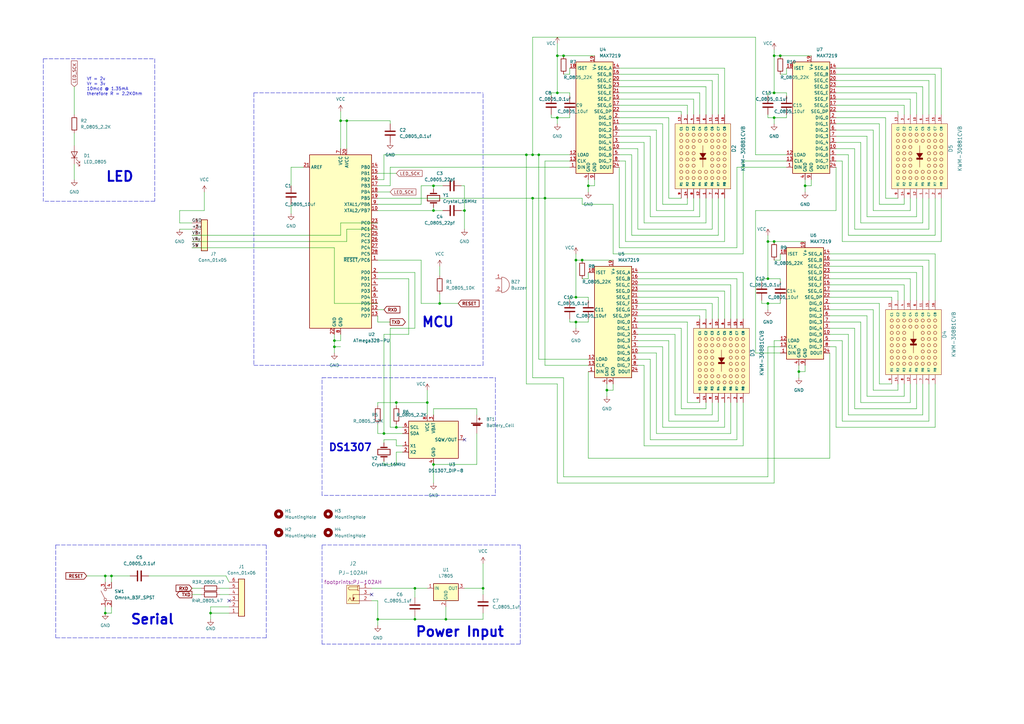
<source format=kicad_sch>
(kicad_sch (version 20211123) (generator eeschema)
  (paper "A3")
  (junction (at 162.56 175.26))
  (junction (at 317.5 48.26))
  (junction (at 317.5 99.06))
  (junction (at 314.96 124.46))
  (junction (at 317.5 22.86))
  (junction (at 228.6 38.1))
  (junction (at 139.7 49.53))
  (junction (at 330.2 76.2))
  (junction (at 231.14 22.86))
  (junction (at 170.18 254))
  (junction (at 45.72 236.22))
  (junction (at 190.5 86.36))
  (junction (at 154.94 254))
  (junction (at 236.22 132.08))
  (junction (at 137.16 139.7))
  (junction (at 248.92 160.02))
  (junction (at 238.76 106.68))
  (junction (at 320.04 22.86))
  (junction (at 218.44 63.5))
  (junction (at 241.3 76.2))
  (junction (at 177.8 76.2))
  (junction (at 220.98 63.5))
  (junction (at 198.12 241.3))
  (junction (at 236.22 106.68))
  (junction (at 215.9 63.5))
  (junction (at 228.6 22.86))
  (junction (at 180.34 124.46))
  (junction (at 170.18 241.3))
  (junction (at 317.5 38.1))
  (junction (at 327.66 152.4))
  (junction (at 137.16 142.24))
  (junction (at 157.48 177.8))
  (junction (at 142.24 49.53))
  (junction (at 177.8 190.5))
  (junction (at 223.52 81.28))
  (junction (at 43.18 251.46))
  (junction (at 228.6 48.26))
  (junction (at 43.18 236.22))
  (junction (at 218.44 81.28))
  (junction (at 182.88 254))
  (junction (at 314.96 114.3))
  (junction (at 162.56 165.1))
  (junction (at 236.22 121.92))
  (junction (at 175.26 165.1))
  (junction (at 86.36 251.46))
  (junction (at 314.96 99.06))
  (junction (at 177.8 86.36))
  (no_connect (at 152.4 243.84))
  (no_connect (at 190.5 180.34))
  (no_connect (at 93.98 246.38))
  (wire (pts (xy 370.84 162.56) (xy 370.84 157.48)))
  (wire (pts (xy 119.38 68.58) (xy 119.38 76.2)))
  (wire (pts (xy 276.86 137.16) (xy 276.86 170.18)))
  (wire (pts (xy 302.26 101.6) (xy 302.26 68.58)))
  (wire (pts (xy 180.34 124.46) (xy 187.96 124.46)))
  (wire (pts (xy 355.6 88.9) (xy 375.92 88.9)))
  (wire (pts (xy 340.36 127) (xy 358.14 127)))
  (wire (pts (xy 254 43.18) (xy 281.94 43.18)))
  (wire (pts (xy 218.44 154.94) (xy 231.14 154.94)))
  (wire (pts (xy 218.44 15.24) (xy 218.44 63.5)))
  (wire (pts (xy 386.08 99.06) (xy 386.08 81.28)))
  (wire (pts (xy 78.74 243.84) (xy 82.55 243.84)))
  (polyline (pts (xy 109.22 223.52) (xy 109.22 261.62)))
  (wire (pts (xy 254 55.88) (xy 266.7 55.88)))
  (wire (pts (xy 284.48 40.64) (xy 284.48 46.99)))
  (wire (pts (xy 220.98 63.5) (xy 220.98 147.32)))
  (wire (pts (xy 139.7 142.24) (xy 137.16 142.24)))
  (wire (pts (xy 177.8 76.2) (xy 172.72 76.2)))
  (wire (pts (xy 261.62 132.08) (xy 281.94 132.08)))
  (wire (pts (xy 124.46 68.58) (xy 119.38 68.58)))
  (wire (pts (xy 347.98 170.18) (xy 378.46 170.18)))
  (polyline (pts (xy 104.14 38.1) (xy 104.14 149.86)))
  (wire (pts (xy 386.08 27.94) (xy 386.08 46.99)))
  (wire (pts (xy 375.92 111.76) (xy 375.92 123.19)))
  (wire (pts (xy 228.6 48.26) (xy 228.6 50.8)))
  (wire (pts (xy 281.94 83.82) (xy 281.94 81.28)))
  (wire (pts (xy 274.32 48.26) (xy 274.32 81.28)))
  (wire (pts (xy 340.36 119.38) (xy 368.3 119.38)))
  (wire (pts (xy 320.04 124.46) (xy 314.96 124.46)))
  (wire (pts (xy 292.1 33.02) (xy 292.1 46.99)))
  (wire (pts (xy 378.46 91.44) (xy 378.46 81.28)))
  (wire (pts (xy 342.9 30.48) (xy 383.54 30.48)))
  (wire (pts (xy 261.62 124.46) (xy 292.1 124.46)))
  (wire (pts (xy 330.2 152.4) (xy 327.66 152.4)))
  (wire (pts (xy 322.58 39.37) (xy 322.58 38.1)))
  (wire (pts (xy 154.94 254) (xy 170.18 254)))
  (wire (pts (xy 373.38 165.1) (xy 373.38 157.48)))
  (wire (pts (xy 254 30.48) (xy 294.64 30.48)))
  (wire (pts (xy 231.14 195.58) (xy 314.96 195.58)))
  (wire (pts (xy 360.68 157.48) (xy 365.76 157.48)))
  (wire (pts (xy 220.98 63.5) (xy 233.68 63.5)))
  (wire (pts (xy 92.71 236.22) (xy 93.98 238.76)))
  (wire (pts (xy 256.54 66.04) (xy 256.54 99.06)))
  (wire (pts (xy 231.14 30.48) (xy 233.68 30.48)))
  (wire (pts (xy 177.8 76.2) (xy 177.8 77.47)))
  (wire (pts (xy 342.9 48.26) (xy 363.22 48.26)))
  (wire (pts (xy 228.6 38.1) (xy 233.68 38.1)))
  (wire (pts (xy 259.08 63.5) (xy 259.08 96.52)))
  (wire (pts (xy 342.9 60.96) (xy 350.52 60.96)))
  (wire (pts (xy 342.9 68.58) (xy 342.9 86.36)))
  (wire (pts (xy 322.58 27.94) (xy 322.58 30.48)))
  (wire (pts (xy 154.94 173.99) (xy 154.94 177.8)))
  (wire (pts (xy 233.68 130.81) (xy 233.68 132.08)))
  (wire (pts (xy 157.48 177.8) (xy 165.1 177.8)))
  (wire (pts (xy 93.98 248.92) (xy 86.36 248.92)))
  (wire (pts (xy 314.96 114.3) (xy 320.04 114.3)))
  (wire (pts (xy 233.68 121.92) (xy 233.68 123.19)))
  (wire (pts (xy 355.6 129.54) (xy 355.6 162.56)))
  (wire (pts (xy 347.98 137.16) (xy 347.98 170.18)))
  (wire (pts (xy 30.48 67.31) (xy 30.48 73.66)))
  (wire (pts (xy 190.5 241.3) (xy 198.12 241.3)))
  (wire (pts (xy 317.5 106.68) (xy 320.04 106.68)))
  (wire (pts (xy 261.62 121.92) (xy 294.64 121.92)))
  (polyline (pts (xy 203.2 203.2) (xy 132.08 203.2)))
  (wire (pts (xy 261.62 114.3) (xy 302.26 114.3)))
  (wire (pts (xy 340.36 104.14) (xy 383.54 104.14)))
  (wire (pts (xy 314.96 99.06) (xy 314.96 114.3)))
  (wire (pts (xy 154.94 86.36) (xy 177.8 86.36)))
  (wire (pts (xy 162.56 165.1) (xy 162.56 166.37)))
  (wire (pts (xy 327.66 149.86) (xy 327.66 152.4)))
  (wire (pts (xy 233.68 121.92) (xy 236.22 121.92)))
  (wire (pts (xy 254 38.1) (xy 287.02 38.1)))
  (wire (pts (xy 198.12 231.14) (xy 198.12 241.3)))
  (wire (pts (xy 261.62 147.32) (xy 266.7 147.32)))
  (wire (pts (xy 340.36 139.7) (xy 345.44 139.7)))
  (wire (pts (xy 322.58 46.99) (xy 322.58 48.26)))
  (wire (pts (xy 381 93.98) (xy 381 81.28)))
  (wire (pts (xy 142.24 60.96) (xy 142.24 49.53)))
  (wire (pts (xy 93.98 251.46) (xy 86.36 251.46)))
  (wire (pts (xy 152.4 241.3) (xy 170.18 241.3)))
  (wire (pts (xy 233.68 39.37) (xy 233.68 38.1)))
  (wire (pts (xy 86.36 248.92) (xy 86.36 251.46)))
  (wire (pts (xy 279.4 134.62) (xy 279.4 167.64)))
  (wire (pts (xy 350.52 93.98) (xy 381 93.98)))
  (wire (pts (xy 373.38 114.3) (xy 373.38 123.19)))
  (wire (pts (xy 340.36 144.78) (xy 340.36 187.96)))
  (wire (pts (xy 373.38 40.64) (xy 373.38 46.99)))
  (wire (pts (xy 297.18 27.94) (xy 297.18 46.99)))
  (wire (pts (xy 271.78 83.82) (xy 281.94 83.82)))
  (wire (pts (xy 261.62 137.16) (xy 276.86 137.16)))
  (wire (pts (xy 289.56 35.56) (xy 289.56 46.99)))
  (wire (pts (xy 233.68 27.94) (xy 233.68 30.48)))
  (wire (pts (xy 383.54 96.52) (xy 383.54 81.28)))
  (wire (pts (xy 160.02 68.58) (xy 160.02 76.2)))
  (wire (pts (xy 157.48 180.34) (xy 157.48 181.61)))
  (wire (pts (xy 342.9 27.94) (xy 386.08 27.94)))
  (wire (pts (xy 381 33.02) (xy 381 46.99)))
  (wire (pts (xy 360.68 124.46) (xy 360.68 157.48)))
  (wire (pts (xy 139.7 137.16) (xy 139.7 139.7)))
  (wire (pts (xy 309.88 63.5) (xy 322.58 63.5)))
  (wire (pts (xy 223.52 66.04) (xy 223.52 81.28)))
  (wire (pts (xy 228.6 198.12) (xy 317.5 198.12)))
  (wire (pts (xy 238.76 81.28) (xy 238.76 83.82)))
  (wire (pts (xy 195.58 167.64) (xy 195.58 170.18)))
  (wire (pts (xy 279.4 45.72) (xy 279.4 46.99)))
  (wire (pts (xy 162.56 175.26) (xy 165.1 175.26)))
  (wire (pts (xy 162.56 173.99) (xy 162.56 175.26)))
  (wire (pts (xy 154.94 106.68) (xy 172.72 106.68)))
  (polyline (pts (xy 132.08 203.2) (xy 132.08 154.94)))
  (polyline (pts (xy 198.12 149.86) (xy 198.12 38.1)))
  (wire (pts (xy 317.5 22.86) (xy 317.5 38.1)))
  (wire (pts (xy 177.8 167.64) (xy 195.58 167.64)))
  (wire (pts (xy 78.74 101.6) (xy 137.16 101.6)))
  (wire (pts (xy 35.56 236.22) (xy 43.18 236.22)))
  (wire (pts (xy 360.68 83.82) (xy 370.84 83.82)))
  (wire (pts (xy 86.36 251.46) (xy 86.36 254)))
  (wire (pts (xy 139.7 96.52) (xy 139.7 91.44)))
  (wire (pts (xy 317.5 48.26) (xy 317.5 50.8)))
  (wire (pts (xy 345.44 99.06) (xy 386.08 99.06)))
  (wire (pts (xy 139.7 49.53) (xy 139.7 60.96)))
  (wire (pts (xy 231.14 154.94) (xy 231.14 195.58)))
  (wire (pts (xy 317.5 48.26) (xy 314.96 48.26)))
  (wire (pts (xy 78.74 241.3) (xy 82.55 241.3)))
  (wire (pts (xy 342.9 58.42) (xy 353.06 58.42)))
  (wire (pts (xy 317.5 198.12) (xy 317.5 139.7)))
  (wire (pts (xy 45.72 238.76) (xy 45.72 236.22)))
  (wire (pts (xy 228.6 22.86) (xy 228.6 38.1)))
  (wire (pts (xy 381 106.68) (xy 381 123.19)))
  (wire (pts (xy 45.72 248.92) (xy 45.72 251.46)))
  (wire (pts (xy 297.18 99.06) (xy 297.18 81.28)))
  (wire (pts (xy 238.76 114.3) (xy 241.3 114.3)))
  (wire (pts (xy 373.38 86.36) (xy 373.38 81.28)))
  (wire (pts (xy 220.98 147.32) (xy 241.3 147.32)))
  (wire (pts (xy 314.96 195.58) (xy 314.96 142.24)))
  (wire (pts (xy 182.88 248.92) (xy 182.88 254)))
  (wire (pts (xy 254 60.96) (xy 261.62 60.96)))
  (wire (pts (xy 342.9 45.72) (xy 368.3 45.72)))
  (polyline (pts (xy 203.2 154.94) (xy 203.2 203.2)))
  (wire (pts (xy 299.72 177.8) (xy 299.72 165.1)))
  (wire (pts (xy 370.84 43.18) (xy 370.84 46.99)))
  (wire (pts (xy 90.17 241.3) (xy 93.98 241.3)))
  (wire (pts (xy 154.94 71.12) (xy 162.56 71.12)))
  (wire (pts (xy 365.76 121.92) (xy 365.76 123.19)))
  (wire (pts (xy 154.94 165.1) (xy 154.94 166.37)))
  (wire (pts (xy 165.1 185.42) (xy 162.56 185.42)))
  (polyline (pts (xy 22.86 223.52) (xy 109.22 223.52)))
  (wire (pts (xy 314.96 38.1) (xy 314.96 39.37)))
  (wire (pts (xy 261.62 127) (xy 289.56 127)))
  (wire (pts (xy 314.96 142.24) (xy 320.04 142.24)))
  (wire (pts (xy 152.4 246.38) (xy 154.94 246.38)))
  (wire (pts (xy 269.24 86.36) (xy 284.48 86.36)))
  (wire (pts (xy 261.62 142.24) (xy 271.78 142.24)))
  (wire (pts (xy 342.9 55.88) (xy 355.6 55.88)))
  (wire (pts (xy 223.52 149.86) (xy 241.3 149.86)))
  (wire (pts (xy 251.46 157.48) (xy 251.46 160.02)))
  (wire (pts (xy 264.16 149.86) (xy 264.16 182.88)))
  (wire (pts (xy 170.18 254) (xy 182.88 254)))
  (wire (pts (xy 304.8 182.88) (xy 304.8 165.1)))
  (wire (pts (xy 358.14 160.02) (xy 368.3 160.02)))
  (wire (pts (xy 342.9 50.8) (xy 360.68 50.8)))
  (polyline (pts (xy 63.5 82.55) (xy 17.78 82.55)))
  (wire (pts (xy 172.72 76.2) (xy 172.72 83.82)))
  (wire (pts (xy 259.08 96.52) (xy 294.64 96.52)))
  (wire (pts (xy 281.94 43.18) (xy 281.94 46.99)))
  (wire (pts (xy 353.06 91.44) (xy 378.46 91.44)))
  (polyline (pts (xy 104.14 38.1) (xy 198.12 38.1)))
  (wire (pts (xy 320.04 123.19) (xy 320.04 124.46)))
  (wire (pts (xy 137.16 124.46) (xy 154.94 124.46)))
  (wire (pts (xy 160.02 134.62) (xy 170.18 134.62)))
  (wire (pts (xy 142.24 99.06) (xy 142.24 93.98)))
  (wire (pts (xy 90.17 243.84) (xy 93.98 243.84)))
  (wire (pts (xy 60.96 236.22) (xy 92.71 236.22)))
  (wire (pts (xy 287.02 88.9) (xy 287.02 81.28)))
  (wire (pts (xy 160.02 68.58) (xy 233.68 68.58)))
  (wire (pts (xy 340.36 187.96) (xy 241.3 187.96)))
  (wire (pts (xy 358.14 86.36) (xy 373.38 86.36)))
  (polyline (pts (xy 132.08 223.52) (xy 213.36 223.52)))
  (wire (pts (xy 320.04 30.48) (xy 322.58 30.48)))
  (wire (pts (xy 254 53.34) (xy 269.24 53.34)))
  (wire (pts (xy 340.36 132.08) (xy 353.06 132.08)))
  (wire (pts (xy 175.26 160.02) (xy 175.26 165.1)))
  (wire (pts (xy 304.8 104.14) (xy 304.8 66.04)))
  (wire (pts (xy 73.66 91.44) (xy 73.66 86.36)))
  (wire (pts (xy 350.52 134.62) (xy 350.52 167.64)))
  (wire (pts (xy 218.44 81.28) (xy 223.52 81.28)))
  (polyline (pts (xy 213.36 223.52) (xy 213.36 264.16)))
  (wire (pts (xy 177.8 86.36) (xy 181.61 86.36)))
  (wire (pts (xy 345.44 139.7) (xy 345.44 172.72)))
  (wire (pts (xy 302.26 114.3) (xy 302.26 130.81)))
  (wire (pts (xy 45.72 251.46) (xy 43.18 251.46)))
  (wire (pts (xy 223.52 66.04) (xy 233.68 66.04)))
  (wire (pts (xy 264.16 182.88) (xy 304.8 182.88)))
  (wire (pts (xy 223.52 81.28) (xy 238.76 81.28)))
  (wire (pts (xy 340.36 134.62) (xy 350.52 134.62)))
  (wire (pts (xy 254 45.72) (xy 279.4 45.72)))
  (wire (pts (xy 312.42 123.19) (xy 312.42 124.46)))
  (wire (pts (xy 314.96 96.52) (xy 314.96 99.06)))
  (wire (pts (xy 170.18 134.62) (xy 170.18 111.76)))
  (wire (pts (xy 167.64 137.16) (xy 167.64 114.3)))
  (wire (pts (xy 180.34 109.22) (xy 180.34 113.03)))
  (wire (pts (xy 254 68.58) (xy 254 101.6)))
  (wire (pts (xy 342.9 43.18) (xy 370.84 43.18)))
  (wire (pts (xy 375.92 88.9) (xy 375.92 81.28)))
  (wire (pts (xy 274.32 81.28) (xy 279.4 81.28)))
  (wire (pts (xy 175.26 165.1) (xy 175.26 170.18)))
  (polyline (pts (xy 63.5 24.13) (xy 63.5 82.55)))
  (wire (pts (xy 269.24 53.34) (xy 269.24 86.36)))
  (wire (pts (xy 340.36 106.68) (xy 381 106.68)))
  (wire (pts (xy 236.22 132.08) (xy 236.22 134.62)))
  (polyline (pts (xy 104.14 149.86) (xy 198.12 149.86)))
  (wire (pts (xy 254 63.5) (xy 259.08 63.5)))
  (wire (pts (xy 154.94 81.28) (xy 218.44 81.28)))
  (wire (pts (xy 198.12 243.84) (xy 198.12 241.3)))
  (wire (pts (xy 254 27.94) (xy 297.18 27.94)))
  (wire (pts (xy 238.76 83.82) (xy 251.46 83.82)))
  (wire (pts (xy 350.52 60.96) (xy 350.52 93.98)))
  (wire (pts (xy 342.9 142.24) (xy 342.9 175.26)))
  (wire (pts (xy 83.82 78.74) (xy 83.82 86.36)))
  (wire (pts (xy 287.02 38.1) (xy 287.02 46.99)))
  (wire (pts (xy 314.96 46.99) (xy 314.96 48.26)))
  (wire (pts (xy 73.66 91.44) (xy 78.74 91.44)))
  (wire (pts (xy 243.84 73.66) (xy 243.84 76.2)))
  (wire (pts (xy 340.36 111.76) (xy 375.92 111.76)))
  (wire (pts (xy 142.24 49.53) (xy 139.7 49.53)))
  (wire (pts (xy 271.78 175.26) (xy 297.18 175.26)))
  (wire (pts (xy 314.96 124.46) (xy 314.96 127)))
  (wire (pts (xy 137.16 144.78) (xy 137.16 142.24)))
  (wire (pts (xy 119.38 83.82) (xy 119.38 87.63)))
  (wire (pts (xy 195.58 177.8) (xy 195.58 190.5)))
  (wire (pts (xy 299.72 116.84) (xy 299.72 130.81)))
  (wire (pts (xy 218.44 15.24) (xy 309.88 15.24)))
  (wire (pts (xy 162.56 165.1) (xy 154.94 165.1)))
  (wire (pts (xy 157.48 137.16) (xy 167.64 137.16)))
  (wire (pts (xy 177.8 76.2) (xy 181.61 76.2)))
  (wire (pts (xy 162.56 180.34) (xy 157.48 180.34)))
  (wire (pts (xy 368.3 160.02) (xy 368.3 157.48)))
  (wire (pts (xy 236.22 106.68) (xy 236.22 121.92)))
  (wire (pts (xy 45.72 236.22) (xy 53.34 236.22)))
  (wire (pts (xy 309.88 86.36) (xy 309.88 144.78)))
  (wire (pts (xy 330.2 73.66) (xy 330.2 76.2)))
  (wire (pts (xy 160.02 76.2) (xy 154.94 76.2)))
  (wire (pts (xy 368.3 119.38) (xy 368.3 123.19)))
  (wire (pts (xy 154.94 78.74) (xy 160.02 78.74)))
  (wire (pts (xy 266.7 147.32) (xy 266.7 180.34)))
  (wire (pts (xy 289.56 91.44) (xy 289.56 81.28)))
  (wire (pts (xy 358.14 127) (xy 358.14 160.02)))
  (wire (pts (xy 312.42 114.3) (xy 312.42 115.57)))
  (wire (pts (xy 309.88 15.24) (xy 309.88 63.5)))
  (wire (pts (xy 73.66 93.98) (xy 78.74 93.98)))
  (wire (pts (xy 251.46 160.02) (xy 248.92 160.02)))
  (wire (pts (xy 248.92 157.48) (xy 248.92 160.02)))
  (wire (pts (xy 238.76 106.68) (xy 251.46 106.68)))
  (wire (pts (xy 241.3 123.19) (xy 241.3 121.92)))
  (wire (pts (xy 327.66 152.4) (xy 327.66 154.94)))
  (wire (pts (xy 297.18 119.38) (xy 297.18 130.81)))
  (wire (pts (xy 251.46 104.14) (xy 304.8 104.14)))
  (wire (pts (xy 261.62 60.96) (xy 261.62 93.98)))
  (wire (pts (xy 139.7 45.72) (xy 139.7 49.53)))
  (wire (pts (xy 340.36 116.84) (xy 370.84 116.84)))
  (wire (pts (xy 254 35.56) (xy 289.56 35.56)))
  (wire (pts (xy 383.54 30.48) (xy 383.54 46.99)))
  (wire (pts (xy 243.84 76.2) (xy 241.3 76.2)))
  (wire (pts (xy 172.72 106.68) (xy 172.72 124.46)))
  (wire (pts (xy 142.24 93.98) (xy 154.94 93.98)))
  (wire (pts (xy 317.5 22.86) (xy 320.04 22.86)))
  (wire (pts (xy 241.3 187.96) (xy 241.3 152.4)))
  (wire (pts (xy 261.62 93.98) (xy 292.1 93.98)))
  (wire (pts (xy 302.26 180.34) (xy 302.26 165.1)))
  (wire (pts (xy 226.06 38.1) (xy 228.6 38.1)))
  (wire (pts (xy 170.18 241.3) (xy 170.18 245.11)))
  (wire (pts (xy 378.46 109.22) (xy 378.46 123.19)))
  (wire (pts (xy 294.64 96.52) (xy 294.64 81.28)))
  (wire (pts (xy 342.9 66.04) (xy 345.44 66.04)))
  (wire (pts (xy 345.44 66.04) (xy 345.44 99.06)))
  (wire (pts (xy 160.02 175.26) (xy 162.56 175.26)))
  (wire (pts (xy 294.64 172.72) (xy 294.64 165.1)))
  (wire (pts (xy 322.58 48.26) (xy 317.5 48.26)))
  (wire (pts (xy 160.02 49.53) (xy 160.02 50.8)))
  (wire (pts (xy 378.46 170.18) (xy 378.46 157.48)))
  (wire (pts (xy 162.56 190.5) (xy 157.48 190.5)))
  (wire (pts (xy 236.22 104.14) (xy 236.22 106.68)))
  (wire (pts (xy 215.9 63.5) (xy 215.9 157.48)))
  (wire (pts (xy 340.36 121.92) (xy 365.76 121.92)))
  (wire (pts (xy 73.66 86.36) (xy 83.82 86.36)))
  (wire (pts (xy 154.94 83.82) (xy 172.72 83.82)))
  (wire (pts (xy 248.92 160.02) (xy 248.92 162.56)))
  (wire (pts (xy 177.8 190.5) (xy 177.8 198.12)))
  (wire (pts (xy 360.68 50.8) (xy 360.68 83.82)))
  (wire (pts (xy 370.84 116.84) (xy 370.84 123.19)))
  (wire (pts (xy 154.94 246.38) (xy 154.94 254)))
  (wire (pts (xy 233.68 48.26) (xy 228.6 48.26)))
  (wire (pts (xy 139.7 139.7) (xy 137.16 139.7)))
  (wire (pts (xy 170.18 111.76) (xy 154.94 111.76)))
  (wire (pts (xy 340.36 129.54) (xy 355.6 129.54)))
  (wire (pts (xy 254 40.64) (xy 284.48 40.64)))
  (polyline (pts (xy 17.78 24.13) (xy 17.78 82.55)))
  (wire (pts (xy 261.62 111.76) (xy 304.8 111.76)))
  (wire (pts (xy 292.1 124.46) (xy 292.1 130.81)))
  (wire (pts (xy 30.48 35.56) (xy 30.48 46.99)))
  (wire (pts (xy 271.78 142.24) (xy 271.78 175.26)))
  (polyline (pts (xy 132.08 154.94) (xy 203.2 154.94)))
  (wire (pts (xy 137.16 101.6) (xy 137.16 124.46)))
  (wire (pts (xy 342.9 40.64) (xy 373.38 40.64)))
  (wire (pts (xy 226.06 38.1) (xy 226.06 39.37)))
  (wire (pts (xy 177.8 85.09) (xy 177.8 86.36)))
  (wire (pts (xy 218.44 63.5) (xy 220.98 63.5)))
  (wire (pts (xy 43.18 238.76) (xy 43.18 236.22)))
  (wire (pts (xy 309.88 144.78) (xy 320.04 144.78)))
  (wire (pts (xy 180.34 120.65) (xy 180.34 124.46)))
  (wire (pts (xy 228.6 17.78) (xy 228.6 22.86)))
  (wire (pts (xy 254 48.26) (xy 274.32 48.26)))
  (wire (pts (xy 314.96 124.46) (xy 312.42 124.46)))
  (polyline (pts (xy 109.22 261.62) (xy 22.86 261.62)))
  (wire (pts (xy 157.48 73.66) (xy 157.48 63.5)))
  (wire (pts (xy 78.74 99.06) (xy 142.24 99.06)))
  (wire (pts (xy 254 50.8) (xy 271.78 50.8)))
  (wire (pts (xy 228.6 22.86) (xy 231.14 22.86)))
  (wire (pts (xy 330.2 149.86) (xy 330.2 152.4)))
  (wire (pts (xy 43.18 236.22) (xy 45.72 236.22)))
  (wire (pts (xy 78.74 96.52) (xy 139.7 96.52)))
  (wire (pts (xy 165.1 182.88) (xy 162.56 182.88)))
  (wire (pts (xy 304.8 111.76) (xy 304.8 130.81)))
  (wire (pts (xy 274.32 139.7) (xy 274.32 172.72)))
  (wire (pts (xy 175.26 165.1) (xy 162.56 165.1)))
  (wire (pts (xy 317.5 20.32) (xy 317.5 22.86)))
  (wire (pts (xy 254 33.02) (xy 292.1 33.02)))
  (wire (pts (xy 157.48 189.23) (xy 157.48 190.5)))
  (wire (pts (xy 261.62 116.84) (xy 299.72 116.84)))
  (wire (pts (xy 375.92 167.64) (xy 375.92 157.48)))
  (wire (pts (xy 264.16 58.42) (xy 264.16 91.44)))
  (wire (pts (xy 383.54 104.14) (xy 383.54 123.19)))
  (wire (pts (xy 266.7 88.9) (xy 287.02 88.9)))
  (wire (pts (xy 269.24 144.78) (xy 269.24 177.8)))
  (wire (pts (xy 226.06 46.99) (xy 226.06 48.26)))
  (wire (pts (xy 236.22 106.68) (xy 238.76 106.68)))
  (wire (pts (xy 347.98 96.52) (xy 383.54 96.52)))
  (wire (pts (xy 190.5 76.2) (xy 190.5 86.36)))
  (wire (pts (xy 314.96 38.1) (xy 317.5 38.1)))
  (wire (pts (xy 170.18 252.73) (xy 170.18 254)))
  (wire (pts (xy 292.1 170.18) (xy 292.1 165.1)))
  (wire (pts (xy 381 172.72) (xy 381 157.48)))
  (wire (pts (xy 254 66.04) (xy 256.54 66.04)))
  (wire (pts (xy 353.06 132.08) (xy 353.06 165.1)))
  (wire (pts (xy 342.9 33.02) (xy 381 33.02)))
  (wire (pts (xy 231.14 22.86) (xy 243.84 22.86)))
  (wire (pts (xy 320.04 22.86) (xy 332.74 22.86)))
  (wire (pts (xy 228.6 48.26) (xy 226.06 48.26)))
  (wire (pts (xy 195.58 190.5) (xy 177.8 190.5)))
  (wire (pts (xy 302.26 68.58) (xy 322.58 68.58)))
  (wire (pts (xy 353.06 58.42) (xy 353.06 91.44)))
  (wire (pts (xy 241.3 130.81) (xy 241.3 132.08)))
  (wire (pts (xy 154.94 127) (xy 157.48 127)))
  (wire (pts (xy 177.8 167.64) (xy 177.8 170.18)))
  (wire (pts (xy 340.36 109.22) (xy 378.46 109.22)))
  (wire (pts (xy 154.94 177.8) (xy 157.48 177.8)))
  (wire (pts (xy 287.02 129.54) (xy 287.02 130.81)))
  (wire (pts (xy 347.98 63.5) (xy 347.98 96.52)))
  (wire (pts (xy 281.94 165.1) (xy 287.02 165.1)))
  (wire (pts (xy 254 58.42) (xy 264.16 58.42)))
  (wire (pts (xy 355.6 162.56) (xy 370.84 162.56)))
  (wire (pts (xy 160.02 175.26) (xy 160.02 134.62)))
  (wire (pts (xy 284.48 86.36) (xy 284.48 81.28)))
  (wire (pts (xy 261.62 134.62) (xy 279.4 134.62)))
  (wire (pts (xy 218.44 81.28) (xy 218.44 154.94)))
  (wire (pts (xy 189.23 76.2) (xy 190.5 76.2)))
  (wire (pts (xy 241.3 111.76) (xy 241.3 114.3)))
  (wire (pts (xy 314.96 99.06) (xy 317.5 99.06)))
  (wire (pts (xy 30.48 54.61) (xy 30.48 59.69)))
  (wire (pts (xy 236.22 132.08) (xy 233.68 132.08)))
  (wire (pts (xy 264.16 91.44) (xy 289.56 91.44)))
  (wire (pts (xy 342.9 35.56) (xy 378.46 35.56)))
  (wire (pts (xy 340.36 114.3) (xy 373.38 114.3)))
  (wire (pts (xy 330.2 76.2) (xy 330.2 78.74)))
  (wire (pts (xy 340.36 142.24) (xy 342.9 142.24)))
  (wire (pts (xy 157.48 177.8) (xy 157.48 137.16)))
  (wire (pts (xy 170.18 241.3) (xy 175.26 241.3)))
  (wire (pts (xy 370.84 83.82) (xy 370.84 81.28)))
  (wire (pts (xy 154.94 254) (xy 154.94 256.54)))
  (wire (pts (xy 363.22 48.26) (xy 363.22 81.28)))
  (wire (pts (xy 368.3 45.72) (xy 368.3 46.99)))
  (wire (pts (xy 167.64 114.3) (xy 154.94 114.3)))
  (wire (pts (xy 297.18 175.26) (xy 297.18 165.1)))
  (wire (pts (xy 241.3 76.2) (xy 241.3 78.74)))
  (polyline (pts (xy 213.36 264.16) (xy 132.08 264.16)))
  (wire (pts (xy 261.62 149.86) (xy 264.16 149.86)))
  (wire (pts (xy 342.9 38.1) (xy 375.92 38.1)))
  (wire (pts (xy 251.46 83.82) (xy 251.46 104.14)))
  (wire (pts (xy 261.62 144.78) (xy 269.24 144.78)))
  (wire (pts (xy 198.12 251.46) (xy 198.12 254)))
  (wire (pts (xy 182.88 254) (xy 198.12 254)))
  (wire (pts (xy 355.6 55.88) (xy 355.6 88.9)))
  (polyline (pts (xy 22.86 223.52) (xy 22.86 261.62)))
  (wire (pts (xy 261.62 129.54) (xy 287.02 129.54)))
  (wire (pts (xy 43.18 248.92) (xy 43.18 251.46)))
  (wire (pts (xy 160.02 132.08) (xy 154.94 132.08)))
  (wire (pts (xy 317.5 139.7) (xy 320.04 139.7)))
  (wire (pts (xy 241.3 73.66) (xy 241.3 76.2)))
  (wire (pts (xy 342.9 63.5) (xy 347.98 63.5)))
  (wire (pts (xy 294.64 30.48) (xy 294.64 46.99)))
  (wire (pts (xy 375.92 38.1) (xy 375.92 46.99)))
  (wire (pts (xy 139.7 91.44) (xy 154.94 91.44)))
  (wire (pts (xy 289.56 127) (xy 289.56 130.81)))
  (wire (pts (xy 162.56 182.88) (xy 162.56 180.34)))
  (wire (pts (xy 215.9 157.48) (xy 228.6 157.48)))
  (wire (pts (xy 157.48 63.5) (xy 215.9 63.5)))
  (wire (pts (xy 281.94 132.08) (xy 281.94 165.1)))
  (wire (pts (xy 274.32 172.72) (xy 294.64 172.72)))
  (polyline (pts (xy 17.78 24.13) (xy 63.5 24.13)))
  (wire (pts (xy 256.54 99.06) (xy 297.18 99.06)))
  (wire (pts (xy 215.9 63.5) (xy 218.44 63.5)))
  (wire (pts (xy 266.7 55.88) (xy 266.7 88.9)))
  (wire (pts (xy 345.44 172.72) (xy 381 172.72)))
  (wire (pts (xy 241.3 132.08) (xy 236.22 132.08)))
  (wire (pts (xy 317.5 38.1) (xy 322.58 38.1)))
  (wire (pts (xy 312.42 114.3) (xy 314.96 114.3)))
  (wire (pts (xy 271.78 50.8) (xy 271.78 83.82)))
  (wire (pts (xy 320.04 115.57) (xy 320.04 114.3)))
  (wire (pts (xy 228.6 157.48) (xy 228.6 198.12)))
  (wire (pts (xy 383.54 175.26) (xy 383.54 157.48)))
  (wire (pts (xy 276.86 170.18) (xy 292.1 170.18)))
  (wire (pts (xy 137.16 137.16) (xy 137.16 139.7)))
  (wire (pts (xy 358.14 53.34) (xy 358.14 86.36)))
  (wire (pts (xy 320.04 104.14) (xy 320.04 106.68)))
  (wire (pts (xy 378.46 35.56) (xy 378.46 46.99)))
  (wire (pts (xy 162.56 185.42) (xy 162.56 190.5)))
  (wire (pts (xy 172.72 124.46) (xy 180.34 124.46)))
  (wire (pts (xy 269.24 177.8) (xy 299.72 177.8)))
  (wire (pts (xy 294.64 121.92) (xy 294.64 130.81)))
  (wire (pts (xy 340.36 124.46) (xy 360.68 124.46)))
  (wire (pts (xy 223.52 81.28) (xy 223.52 149.86)))
  (wire (pts (xy 353.06 165.1) (xy 373.38 165.1)))
  (wire (pts (xy 342.9 53.34) (xy 358.14 53.34)))
  (wire (pts (xy 279.4 167.64) (xy 289.56 167.64)))
  (wire (pts (xy 342.9 175.26) (xy 383.54 175.26)))
  (wire (pts (xy 289.56 167.64) (xy 289.56 165.1)))
  (wire (pts (xy 254 101.6) (xy 302.26 101.6)))
  (wire (pts (xy 261.62 139.7) (xy 274.32 139.7)))
  (wire (pts (xy 154.94 73.66) (xy 157.48 73.66)))
  (wire (pts (xy 266.7 180.34) (xy 302.26 180.34)))
  (wire (pts (xy 142.24 49.53) (xy 160.02 49.53)))
  (wire (pts (xy 342.9 86.36) (xy 309.88 86.36)))
  (wire (pts (xy 261.62 119.38) (xy 297.18 119.38)))
  (wire (pts (xy 190.5 86.36) (xy 190.5 93.98)))
  (wire (pts (xy 292.1 93.98) (xy 292.1 81.28)))
  (wire (pts (xy 189.23 86.36) (xy 190.5 86.36)))
  (wire (pts (xy 233.68 46.99) (xy 233.68 48.26)))
  (wire (pts (xy 332.74 73.66) (xy 332.74 76.2)))
  (polyline (pts (xy 132.08 264.16) (xy 132.08 223.52)))
  (wire (pts (xy 317.5 99.06) (xy 330.2 99.06)))
  (wire (pts (xy 137.16 139.7) (xy 137.16 142.24)))
  (wire (pts (xy 340.36 137.16) (xy 347.98 137.16)))
  (wire (pts (xy 332.74 76.2) (xy 330.2 76.2)))
  (wire (pts (xy 236.22 121.92) (xy 241.3 121.92)))
  (wire (pts (xy 154.94 129.54) (xy 154.94 132.08)))
  (wire (pts (xy 350.52 167.64) (xy 375.92 167.64)))
  (wire (pts (xy 363.22 81.28) (xy 368.3 81.28)))
  (wire (pts (xy 304.8 66.04) (xy 322.58 66.04)))
  (text "MCU" (at 172.72 134.62 0) (effects (font (size 4 4) bold) (justify left bottom)))
  (text "Serial" (at 53.34 256.54 0) (effects (font (size 4 4) bold) (justify left bottom)))
  (text "Power Input" (at 170.18 261.62 0) (effects (font (size 4 4) bold) (justify left bottom)))
  (text "LED" (at 43.18 74.93 0) (effects (font (size 4 4) (thickness 0.8) bold) (justify left bottom)))
  (text "Vf = 2v\nVr = 3v\n10mcd @ 1.35mA\ntherefore R = 2.2K0hm" (at 35.56 39.37 0) (effects (font (size 1.27 1.27)) (justify left bottom)))
  (text "DS1307\n" (at 134.62 185.42 0) (effects (font (size 3 3) (thickness 0.6) bold) (justify left bottom)))
  (label "GND" (at 78.74 91.44 0))
  (label "+5v" (at 78.74 93.98 0))
  (label "VRx" (at 78.74 96.52 0))
  (label "SW" (at 78.74 101.6 0))
  (label "VRy" (at 78.74 99.06 0))
  (global_label "LED_SCK" (shape input) (at 162.56 71.12 0) (property "插入图纸页参考" "${INTERSHEET_REFS}" (effects hide)))
  (global_label "RESET" (shape input) (at 187.96 124.46 0) (effects (font bold)) (property "插入图纸页参考" "${INTERSHEET_REFS}" (effects hide)))
  (global_label "LED_SCK" (shape input) (at 30.48 35.56 90) (property "插入图纸页参考" "${INTERSHEET_REFS}" (effects hide)))
  (global_label "TXD" (shape output) (at 160.02 132.08 0) (effects (font bold)) (property "插入图纸页参考" "${INTERSHEET_REFS}" (effects hide)))
  (global_label "RXD" (shape input) (at 78.74 241.3 180) (effects (font bold)) (property "插入图纸页参考" "${INTERSHEET_REFS}" (effects hide)))
  (global_label "RXD" (shape input) (at 157.48 127 0) (effects (font bold)) (property "插入图纸页参考" "${INTERSHEET_REFS}" (effects hide)))
  (global_label "TXD" (shape output) (at 78.74 243.84 180) (effects (font bold)) (property "插入图纸页参考" "${INTERSHEET_REFS}" (effects hide)))
  (global_label "LED_SCK" (shape input) (at 160.02 78.74 0) (property "插入图纸页参考" "${INTERSHEET_REFS}" (effects hide)))
  (global_label "RESET" (shape input) (at 35.56 236.22 180) (effects (font bold)) (property "插入图纸页参考" "${INTERSHEET_REFS}" (effects hide)))
  (symbol (lib_id "HPS:C_0805_1uf") (at 198.12 247.65 0) (unit 1)
    (property "Reference" "C7" (at 201.93 246.3799 0) (effects (justify left)))
    (property "Value" "C_0805_1uf" (at 201.93 248.9199 0) (effects (justify left)))
    (property "Footprint" "footprints:C_0805_2012Metric" (effects hide))
    (property "Datasheet" "https://www.yageo.com/upload/media/product/productsearch/datasheet/mlcc/UPY-GPHC_X7R_6.3V-to-50V_18.pdf" (effects hide))
    (property "MFG" "Yageo" (effects hide))
    (property "MPN" "CC0805KKX7R8BB105" (effects hide))
    (property "Digikey PN" "311-1456-1-ND" (effects hide))
    (property "Mouser PN" "N/A" (effects hide))
    (property "Voltage" "N/A" (effects hide))
    (property "Dielectric" "N/A" (effects hide))
    (property "Tolerance" "N/A" (effects hide))
  )
  (symbol (lib_id "HPS:Conn_01x05") (at 83.82 96.52 0) (unit 1)
    (property "Reference" "J?" (at 86.36 104.14 0) (effects (justify left)))
    (property "Value" "Conn_01x05" (at 81.28 106.68 0) (effects (justify left)))
    (property "Footprint" "footprints:PinHeader_1x05_P2.54mm_Vertical" (effects hide))
    (property "Datasheet" "https://www.we-online.de/katalog/datasheet/6130xx11121.pdf" (effects hide))
    (property "MFG" "Würth Elektronik" (effects hide))
    (property "MPN" "61300511121" (effects hide))
    (property "Digikey PN" "732-5318-ND" (effects hide))
    (property "Mouser PN" "N/A" (effects hide))
  )
  (symbol (lib_id "HPS:C_0805_10uf") (at 233.68 43.18 0) (unit 1)
    (property "Reference" "C9" (at 236.22 43.18 0) (effects (justify left)))
    (property "Value" "C_0805_10uf" (at 228.6 45.72 0) (effects (justify left)))
    (property "Footprint" "footprints:C_0805_2012Metric" (effects hide))
    (property "Datasheet" "https://search.murata.co.jp/Ceramy/image/img/A01X/G101/ENG/GRM21BR61E106KA73-01.pdf" (effects hide))
    (property "MFG" "Murata Electronics" (effects hide))
    (property "MPN" "GRM21BR61E106KA73L" (effects hide))
    (property "Digikey PN" "490-5523-1-ND" (effects hide))
    (property "Mouser PN" "N/A" (effects hide))
    (property "Voltage" "N/A" (effects hide))
    (property "Dielectric" "N/A" (effects hide))
    (property "Tolerance" "N/A" (effects hide))
  )
  (symbol (lib_id "HPS:GND") (at 236.22 134.62 0) (unit 1)
    (property "Reference" "#PWR015" (effects hide))
    (property "Value" "GND" (at 236.22 139.7 0))
  )
  (symbol (lib_id "HPS:R_0805_22K") (at 320.04 26.67 0) (unit 1)
    (property "Reference" "R10" (at 322.58 25.4 0) (effects (justify left)))
    (property "Value" "R_0805_22K" (at 320.04 31.75 0) (effects (justify left)))
    (property "Footprint" "footprints:R_0805_2012Metric" (effects hide))
    (property "Datasheet" "https://www.digikey.com/en/products/detail/yageo/RC0805FR-0722KL/727736" (effects hide))
    (property "MFG" "Yageo" (effects hide))
    (property "MPN" "RC0805FR-0722KL" (effects hide))
    (property "Digikey PN" "311-22.0KCRCT-ND" (effects hide))
    (property "Mouser PN" "N/A" (effects hide))
    (property "Power" "N/A" (effects hide))
    (property "Tolerance" "N/A" (effects hide))
  )
  (symbol (lib_id "HPS:L7805") (at 182.88 241.3 0) (unit 1)
    (property "Reference" "U1" (at 182.88 233.68 0))
    (property "Value" "L7805" (at 182.88 236.22 0))
    (property "Footprint" "footprints:TO-220-3_Horizontal_TabDown" (effects hide))
    (property "Datasheet" "http://www.st.com/content/ccc/resource/technical/document/datasheet/41/4f/b3/b0/12/d4/47/88/CD00000444.pdf/files/CD00000444.pdf/jcr:content/translations/en.CD00000444.pdf" (effects hide))
  )
  (symbol (lib_id "HPS:C_0805_0.1uf") (at 312.42 119.38 0) (unit 1)
    (property "Reference" "C12" (at 309.88 114.3 0) (effects (justify left)))
    (property "Value" "C_0805_0.1uf" (at 307.34 116.84 0) (effects (justify left)))
    (property "Footprint" "footprints:C_0805_2012Metric" (effects hide))
    (property "Datasheet" "https://datasheets.avx.com/X7RDielectric.pdf" (effects hide))
    (property "MFG" "AVX Corporation" (effects hide))
    (property "MPN" "08055C104KAT2A" (effects hide))
    (property "Digikey PN" "478-1395-1-ND" (effects hide))
    (property "Mouser PN" "N/A" (effects hide))
    (property "Voltage" "N/A" (effects hide))
    (property "Dielectric" "N/A" (effects hide))
    (property "Tolerance" "N/A" (effects hide))
  )
  (symbol (lib_id "HPS:KWM-30881CVB") (at 288.29 64.77 90) (unit 1)
    (property "Reference" "D2" (at 300.99 60.96 0) (effects (font (size 1.524 1.524))))
    (property "Value" "KWM-30881CVB" (at 304.8 60.96 0) (effects (font (size 1.524 1.524))))
    (property "Footprint" "footprints:KWM-30881CVB" (effects hide))
    (property "MFG" "Adafruit" (effects hide))
    (property "MPN" "KWM-30881CVB" (effects hide))
    (property "Digikey PN" "N/A" (effects hide))
    (property "Mouser PN" "N/A" (effects hide))
  )
  (symbol (lib_id "HPS:C_0805_0.1uf") (at 314.96 43.18 0) (unit 1)
    (property "Reference" "C13" (at 312.42 38.1 0) (effects (justify left)))
    (property "Value" "C_0805_0.1uf" (at 309.88 40.64 0) (effects (justify left)))
    (property "Footprint" "footprints:C_0805_2012Metric" (effects hide))
    (property "Datasheet" "https://datasheets.avx.com/X7RDielectric.pdf" (effects hide))
    (property "MFG" "AVX Corporation" (effects hide))
    (property "MPN" "08055C104KAT2A" (effects hide))
    (property "Digikey PN" "478-1395-1-ND" (effects hide))
    (property "Mouser PN" "N/A" (effects hide))
    (property "Voltage" "N/A" (effects hide))
    (property "Dielectric" "N/A" (effects hide))
    (property "Tolerance" "N/A" (effects hide))
  )
  (symbol (lib_id "HPS:KWM-30881CVB") (at 374.65 140.97 90) (unit 1)
    (property "Reference" "D4" (at 387.35 137.16 0) (effects (font (size 1.524 1.524))))
    (property "Value" "KWM-30881CVB" (at 391.16 137.16 0) (effects (font (size 1.524 1.524))))
    (property "Footprint" "footprints:KWM-30881CVB" (effects hide))
    (property "MFG" "Adafruit" (effects hide))
    (property "MPN" "KWM-30881CVB" (effects hide))
    (property "Digikey PN" "N/A" (effects hide))
    (property "Mouser PN" "N/A" (effects hide))
  )
  (symbol (lib_id "HPS:Omron_B3F_SPST") (at 43.18 243.84 90) (unit 1)
    (property "Reference" "SW1" (at 46.99 242.5699 90) (effects (justify right)))
    (property "Value" "Omron_B3F_SPST" (at 46.99 245.1099 90) (effects (justify right)))
    (property "Footprint" "footprints:SW_SPST_Omron_B3FS-100xP" (effects hide))
    (property "Datasheet" "https://omronfs.omron.com/en_US/ecb/products/pdf/en-b3fs.pdf" (effects hide))
    (property "MFG" "Omron Electronics Inc-EMC Div" (effects hide))
    (property "MPN" "B3FS-1000P" (effects hide))
    (property "Digikey PN" "SW423CT-ND" (effects hide))
    (property "Mouser PN" "N/A" (effects hide))
  )
  (symbol (lib_id "HPS:VCC") (at 314.96 96.52 0) (unit 1)
    (property "Reference" "#PWR018" (effects hide))
    (property "Value" "VCC" (at 312.42 93.98 0))
  )
  (symbol (lib_id "HPS:MountingHole") (at 134.62 210.82 0) (unit 1)
    (property "Reference" "H3" (at 137.16 209.5499 0) (effects (justify left)))
    (property "Value" "MountingHole" (at 137.16 212.0899 0) (effects (justify left)))
    (property "Footprint" "footprints:MountingHole_3.2mm_M3" (effects hide))
  )
  (symbol (lib_id "HPS:MountingHole") (at 114.3 210.82 0) (unit 1)
    (property "Reference" "H1" (at 116.84 209.5499 0) (effects (justify left)))
    (property "Value" "MountingHole" (at 116.84 212.0899 0) (effects (justify left)))
    (property "Footprint" "footprints:MountingHole_3.2mm_M3" (effects hide))
  )
  (symbol (lib_id "HPS:MAX7219") (at 251.46 132.08 0) (unit 1)
    (property "Reference" "U5" (at 253.4794 104.14 0) (effects (justify left)))
    (property "Value" "MAX7219" (at 253.4794 106.68 0) (effects (justify left)))
    (property "Footprint" "footprints:DIP-24_W7.62mm" (effects hide))
    (property "Datasheet" "https://datasheets.maximintegrated.com/en/ds/MAX7219-MAX7221.pdf" (effects hide))
    (property "MFG" "On Shore Technology Inc." (effects hide))
    (property "MPN" "ED241DT" (effects hide))
    (property "Digikey PN" "ED3049-5-ND" (effects hide))
    (property "Mouser PN" "N/A" (effects hide))
  )
  (symbol (lib_id "HPS:GND") (at 86.36 254 0) (unit 1)
    (property "Reference" "#PWR09" (effects hide))
    (property "Value" "GND" (at 86.36 257.81 0))
  )
  (symbol (lib_id "HPS:C_0805_0.1uf") (at 57.15 236.22 90) (unit 1)
    (property "Reference" "C5" (at 57.15 228.6 90))
    (property "Value" "C_0805_0.1uf" (at 57.15 231.14 90))
    (property "Footprint" "footprints:C_0805_2012Metric" (effects hide))
    (property "Datasheet" "https://datasheets.avx.com/X7RDielectric.pdf" (effects hide))
    (property "MFG" "AVX Corporation" (effects hide))
    (property "MPN" "08055C104KAT2A" (effects hide))
    (property "Digikey PN" "478-1395-1-ND" (effects hide))
    (property "Mouser PN" "N/A" (effects hide))
    (property "Voltage" "N/A" (effects hide))
    (property "Dielectric" "N/A" (effects hide))
    (property "Tolerance" "N/A" (effects hide))
  )
  (symbol (lib_id "HPS:GND") (at 137.16 144.78 0) (unit 1)
    (property "Reference" "#PWR02" (effects hide))
    (property "Value" "GND" (at 137.16 149.86 0))
  )
  (symbol (lib_id "HPS:GND") (at 43.18 251.46 0) (unit 1)
    (property "Reference" "#PWR08" (effects hide))
    (property "Value" "GND" (at 43.18 256.54 0))
  )
  (symbol (lib_id "HPS:C_0805_10uf") (at 320.04 119.38 0) (unit 1)
    (property "Reference" "C14" (at 322.58 119.38 0) (effects (justify left)))
    (property "Value" "C_0805_10uf" (at 314.96 121.92 0) (effects (justify left)))
    (property "Footprint" "footprints:C_0805_2012Metric" (effects hide))
    (property "Datasheet" "https://search.murata.co.jp/Ceramy/image/img/A01X/G101/ENG/GRM21BR61E106KA73-01.pdf" (effects hide))
    (property "MFG" "Murata Electronics" (effects hide))
    (property "MPN" "GRM21BR61E106KA73L" (effects hide))
    (property "Digikey PN" "490-5523-1-ND" (effects hide))
    (property "Mouser PN" "N/A" (effects hide))
    (property "Voltage" "N/A" (effects hide))
    (property "Dielectric" "N/A" (effects hide))
    (property "Tolerance" "N/A" (effects hide))
  )
  (symbol (lib_id "HPS:R_0805_47") (at 86.36 241.3 270) (unit 1)
    (property "Reference" "R3" (at 78.74 238.76 90) (effects (justify left)))
    (property "Value" "R_0805_47" (at 81.28 238.76 90) (effects (justify left)))
    (property "Footprint" "footprints:R_0805_2012Metric" (effects hide))
    (property "Datasheet" "https://www.digikey.com/en/products/detail/yageo/RC0805FR-0747RL/727972" (effects hide))
    (property "MFG" "Yageo" (effects hide))
    (property "Digikey PN" "RC0805FR-0747RL " (effects hide))
    (property "Mouser PN" "N/A" (effects hide))
    (property "Power" "N/A" (effects hide))
    (property "Tolerance" "N/A" (effects hide))
    (property "MPN" "RC0805FR-0747RL " (effects hide))
  )
  (symbol (lib_id "HPS:PJ-102AH") (at 147.32 243.84 0) (unit 1)
    (property "Reference" "J2" (at 144.78 231.14 0) (effects (font (size 1.524 1.524))))
    (property "Value" "PJ-102AH" (at 144.78 234.95 0) (effects (font (size 1.524 1.524))))
    (property "Footprint" "footprints:PJ-102AH" (at 144.78 238.76 0) (effects (font (size 1.524 1.524))))
    (property "Datasheet" "https://www.cuidevices.com/product/resource/pj-102ah.pdf" (effects hide))
    (property "MFG" "CUI Devices" (effects hide))
    (property "MPN" "PJ-102AH" (effects hide))
    (property "Digikey PN" "CP-102AH-ND" (effects hide))
    (property "Mouser PN" "490-PJ-102AH" (effects hide))
  )
  (symbol (lib_id "HPS:Crystal_16MHz") (at 177.8 81.28 270) (unit 1)
    (property "Reference" "Y1" (at 181.61 80.0099 90) (effects (justify left)))
    (property "Value" "Crystal_16MHz" (at 181.61 82.5499 90) (effects (justify left)))
    (property "Footprint" "footprints:Crystal_SMD_HC49-SD" (effects hide))
    (property "Datasheet" "https://ecsxtal.com/store/pdf/csm-7x-dn.pdf" (effects hide))
    (property "MFG" "ECS Inc." (effects hide))
    (property "MPN" "ECS-160-20-5PXDN-TR" (effects hide))
    (property "Digikey PN" "XC1299CT-ND" (effects hide))
    (property "Mouser PN" "N/A" (effects hide))
  )
  (symbol (lib_id "HPS:MAX7219") (at 330.2 124.46 0) (unit 1)
    (property "Reference" "U6" (at 332.2194 96.52 0) (effects (justify left)))
    (property "Value" "MAX7219" (at 332.2194 99.06 0) (effects (justify left)))
    (property "Footprint" "footprints:DIP-24_W7.62mm" (effects hide))
    (property "Datasheet" "https://datasheets.maximintegrated.com/en/ds/MAX7219-MAX7221.pdf" (effects hide))
    (property "MFG" "On Shore Technology Inc." (effects hide))
    (property "MPN" "ED241DT" (effects hide))
    (property "Digikey PN" "ED3049-5-ND" (effects hide))
    (property "Mouser PN" "N/A" (effects hide))
  )
  (symbol (lib_id "HPS:R_0805_47") (at 86.36 243.84 90) (unit 1)
    (property "Reference" "R4" (at 81.28 246.38 90) (effects (justify left)))
    (property "Value" "R_0805_47" (at 91.44 246.38 90) (effects (justify left)))
    (property "Footprint" "footprints:R_0805_2012Metric" (effects hide))
    (property "Datasheet" "https://www.digikey.com/en/products/detail/yageo/RC0805FR-0747RL/727972" (effects hide))
    (property "MFG" "Yageo" (effects hide))
    (property "Digikey PN" "RC0805FR-0747RL " (effects hide))
    (property "Mouser PN" "N/A" (effects hide))
    (property "Power" "N/A" (effects hide))
    (property "Tolerance" "N/A" (effects hide))
    (property "MPN" "RC0805FR-0747RL " (effects hide))
  )
  (symbol (lib_id "HPS:C_0805_10uf") (at 322.58 43.18 0) (unit 1)
    (property "Reference" "C15" (at 325.12 43.18 0) (effects (justify left)))
    (property "Value" "C_0805_10uf" (at 317.5 45.72 0) (effects (justify left)))
    (property "Footprint" "footprints:C_0805_2012Metric" (effects hide))
    (property "Datasheet" "https://search.murata.co.jp/Ceramy/image/img/A01X/G101/ENG/GRM21BR61E106KA73-01.pdf" (effects hide))
    (property "MFG" "Murata Electronics" (effects hide))
    (property "MPN" "GRM21BR61E106KA73L" (effects hide))
    (property "Digikey PN" "490-5523-1-ND" (effects hide))
    (property "Mouser PN" "N/A" (effects hide))
    (property "Voltage" "N/A" (effects hide))
    (property "Dielectric" "N/A" (effects hide))
    (property "Tolerance" "N/A" (effects hide))
  )
  (symbol (lib_id "HPS:C_0805_22pf") (at 185.42 86.36 90) (unit 1)
    (property "Reference" "C4" (at 180.34 88.9 90))
    (property "Value" "C_0805_22pf" (at 180.34 91.44 90))
    (property "Footprint" "footprints:C_0805_2012Metric" (effects hide))
    (property "Datasheet" "https://www.yageo.com/upload/media/product/productsearch/datasheet/mlcc/UPY-GP_NP0_16V-to-50V_18.pdf" (effects hide))
    (property "MFG" "Yageo" (effects hide))
    (property "MPN" "CC0805JRNPO9BN220" (effects hide))
    (property "Digikey PN" "311-1103-1-ND" (effects hide))
    (property "Mouser PN" "N/A" (effects hide))
    (property "Voltage" "N/A" (effects hide))
    (property "Dielectric" "N/A" (effects hide))
    (property "Tolerance" "N/A" (effects hide))
  )
  (symbol (lib_id "HPS:GND") (at 248.92 162.56 0) (unit 1)
    (property "Reference" "#PWR017" (effects hide))
    (property "Value" "GND" (at 248.92 167.64 0))
  )
  (symbol (lib_id "HPS:C_0805_0.1uf") (at 233.68 127 0) (unit 1)
    (property "Reference" "C10" (at 231.14 121.92 0) (effects (justify left)))
    (property "Value" "C_0805_0.1uf" (at 228.6 124.46 0) (effects (justify left)))
    (property "Footprint" "footprints:C_0805_2012Metric" (effects hide))
    (property "Datasheet" "https://datasheets.avx.com/X7RDielectric.pdf" (effects hide))
    (property "MFG" "AVX Corporation" (effects hide))
    (property "MPN" "08055C104KAT2A" (effects hide))
    (property "Digikey PN" "478-1395-1-ND" (effects hide))
    (property "Mouser PN" "N/A" (effects hide))
    (property "Voltage" "N/A" (effects hide))
    (property "Dielectric" "N/A" (effects hide))
    (property "Tolerance" "N/A" (effects hide))
  )
  (symbol (lib_id "HPS:Battery_Cell") (at 195.58 175.26 0) (unit 1)
    (property "Reference" "BT1" (at 199.39 171.9579 0) (effects (justify left)))
    (property "Value" "Battery_Cell" (at 199.39 174.4979 0) (effects (justify left)))
    (property "Footprint" "footprints:BatteryHolder_Keystone_106_1x20mm" (effects hide))
    (property "Datasheet" "https://media.digikey.com/pdf/Data%20Sheets/Memory%20Protection%20PDFs/Coin_Cell_Guide.pdf" (effects hide))
    (property "MFG" "MPD (Memory Protection Devices)" (effects hide))
    (property "MPN" "BS-7" (effects hide))
    (property "Digikey PN" "BS-7-ND" (effects hide))
    (property "Mouser PN" "N/A" (effects hide))
  )
  (symbol (lib_id "HPS:GND") (at 119.38 87.63 0) (unit 1)
    (property "Reference" "#PWR01" (effects hide))
    (property "Value" "GND" (at 119.38 92.71 0))
  )
  (symbol (lib_id "HPS:VCC") (at 198.12 231.14 0) (unit 1)
    (property "Reference" "#PWR011" (effects hide))
    (property "Value" "VCC" (at 198.12 226.06 0))
  )
  (symbol (lib_id "HPS:DS1307_DIP-8") (at 177.8 180.34 0) (unit 1)
    (property "Reference" "U3" (at 185.42 190.5 0))
    (property "Value" "DS1307_DIP-8" (at 182.88 193.04 0))
    (property "Footprint" "footprints:DIP-8_W7.62mm" (effects hide))
    (property "Datasheet" "https://datasheets.maximintegrated.com/en/ds/DS1307.pdf" (effects hide))
    (property "MFG" "Assmann WSW Components" (effects hide))
    (property "MPN" "A 08-LC-TT" (effects hide))
    (property "Digikey PN" "AE9986-ND" (effects hide))
    (property "Mouser PN" "N/A" (effects hide))
  )
  (symbol (lib_id "HPS:R_0805_10K") (at 180.34 116.84 0) (unit 1)
    (property "Reference" "R1" (at 182.88 115.5699 0) (effects (justify left)))
    (property "Value" "R_0805_10K" (at 182.88 118.1099 0) (effects (justify left)))
    (property "Footprint" "footprints:R_0805_2012Metric" (effects hide))
    (property "Datasheet" "https://www.digikey.com/en/products/detail/yageo/RC0805FR-0710KL/727535" (effects hide))
    (property "MFG" "Yageo" (effects hide))
    (property "MPN" "RC0805FR-0710KL" (effects hide))
    (property "Digikey PN" "311-10.0KCRCT-ND" (effects hide))
    (property "Mouser PN" "N/A" (effects hide))
    (property "Power" "N/A" (effects hide))
    (property "Tolerance" "N/A" (effects hide))
  )
  (symbol (lib_id "HPS:R_0805_2.2K") (at 154.94 170.18 0) (unit 1)
    (property "Reference" "R5" (at 152.4 170.18 0) (effects (justify left)))
    (property "Value" "R_0805_2.2K" (at 144.78 172.72 0) (effects (justify left)))
    (property "Footprint" "footprints:R_0805_2012Metric" (effects hide))
    (property "Datasheet" "https://www.digikey.com/en/products/detail/yageo/RC0805FR-072K2L/727676" (effects hide))
    (property "MFG" "N/A" (effects hide))
    (property "MPN" "N/A" (effects hide))
    (property "Digikey PN" "311-2.20KCRCT-ND" (effects hide))
    (property "Mouser PN" "N/A" (effects hide))
    (property "Power" "N/A" (effects hide))
    (property "Tolerance" "N/A" (effects hide))
  )
  (symbol (lib_id "HPS:C_0805_10uf") (at 119.38 80.01 0) (unit 1)
    (property "Reference" "C1" (at 116.84 76.2 0) (effects (justify left)))
    (property "Value" "C_0805_10uf" (at 116.84 83.82 0) (effects (justify left)))
    (property "Footprint" "footprints:C_0805_2012Metric" (effects hide))
    (property "Datasheet" "https://search.murata.co.jp/Ceramy/image/img/A01X/G101/ENG/GRM21BR61E106KA73-01.pdf" (effects hide))
    (property "MFG" "Murata Electronics" (effects hide))
    (property "MPN" "GRM21BR61E106KA73L" (effects hide))
    (property "Digikey PN" "490-5523-1-ND" (effects hide))
    (property "Mouser PN" "N/A" (effects hide))
    (property "Voltage" "N/A" (effects hide))
    (property "Dielectric" "N/A" (effects hide))
    (property "Tolerance" "N/A" (effects hide))
  )
  (symbol (lib_id "HPS:GND") (at 190.5 93.98 0) (unit 1)
    (property "Reference" "#PWR06" (effects hide))
    (property "Value" "GND" (at 190.5 99.06 0))
  )
  (symbol (lib_id "HPS:R_0805_2.2K") (at 162.56 170.18 0) (unit 1)
    (property "Reference" "R6" (at 165.1 168.9099 0) (effects (justify left)))
    (property "Value" "R_0805_2.2K" (at 162.56 170.18 0) (effects (justify left)))
    (property "Footprint" "footprints:R_0805_2012Metric" (effects hide))
    (property "Datasheet" "https://www.digikey.com/en/products/detail/yageo/RC0805FR-072K2L/727676" (effects hide))
    (property "MFG" "N/A" (effects hide))
    (property "MPN" "N/A" (effects hide))
    (property "Digikey PN" "311-2.20KCRCT-ND" (effects hide))
    (property "Mouser PN" "N/A" (effects hide))
    (property "Power" "N/A" (effects hide))
    (property "Tolerance" "N/A" (effects hide))
  )
  (symbol (lib_id "HPS:KWM-30881CVB") (at 377.19 64.77 90) (unit 1)
    (property "Reference" "D5" (at 389.89 60.96 0) (effects (font (size 1.524 1.524))))
    (property "Value" "KWM-30881CVB" (at 393.7 60.96 0) (effects (font (size 1.524 1.524))))
    (property "Footprint" "footprints:KWM-30881CVB" (effects hide))
    (property "MFG" "Adafruit" (effects hide))
    (property "MPN" "KWM-30881CVB" (effects hide))
    (property "Digikey PN" "N/A" (effects hide))
    (property "Mouser PN" "N/A" (effects hide))
  )
  (symbol (lib_id "HPS:GND") (at 177.8 198.12 0) (unit 1)
    (property "Reference" "#PWR?" (effects hide))
    (property "Value" "GND" (at 177.8 203.2 0))
  )
  (symbol (lib_id "HPS:C_0805_0.1uf") (at 160.02 54.61 0) (unit 1)
    (property "Reference" "C2" (at 163.83 53.3399 0) (effects (justify left)))
    (property "Value" "C_0805_0.1uf" (at 163.83 55.8799 0) (effects (justify left)))
    (property "Footprint" "footprints:C_0805_2012Metric" (effects hide))
    (property "Datasheet" "https://datasheets.avx.com/X7RDielectric.pdf" (effects hide))
    (property "MFG" "AVX Corporation" (effects hide))
    (property "MPN" "08055C104KAT2A" (effects hide))
    (property "Digikey PN" "478-1395-1-ND" (effects hide))
    (property "Mouser PN" "N/A" (effects hide))
    (property "Voltage" "N/A" (effects hide))
    (property "Dielectric" "N/A" (effects hide))
    (property "Tolerance" "N/A" (effects hide))
  )
  (symbol (lib_id "HPS:VCC") (at 175.26 160.02 0) (unit 1)
    (property "Reference" "#PWR?" (effects hide))
    (property "Value" "VCC" (at 172.72 157.48 0))
  )
  (symbol (lib_id "HPS:GND") (at 330.2 78.74 0) (unit 1)
    (property "Reference" "#PWR023" (effects hide))
    (property "Value" "GND" (at 330.2 83.82 0))
  )
  (symbol (lib_id "HPS:GND") (at 317.5 50.8 0) (unit 1)
    (property "Reference" "#PWR021" (effects hide))
    (property "Value" "GND" (at 317.5 55.88 0))
  )
  (symbol (lib_id "HPS:R_0805_22K") (at 317.5 102.87 0) (unit 1)
    (property "Reference" "R9" (at 320.04 101.6 0) (effects (justify left)))
    (property "Value" "R_0805_22K" (at 317.5 107.95 0) (effects (justify left)))
    (property "Footprint" "footprints:R_0805_2012Metric" (effects hide))
    (property "Datasheet" "https://www.digikey.com/en/products/detail/yageo/RC0805FR-0722KL/727736" (effects hide))
    (property "MFG" "Yageo" (effects hide))
    (property "MPN" "RC0805FR-0722KL" (effects hide))
    (property "Digikey PN" "311-22.0KCRCT-ND" (effects hide))
    (property "Mouser PN" "N/A" (effects hide))
    (property "Power" "N/A" (effects hide))
    (property "Tolerance" "N/A" (effects hide))
  )
  (symbol (lib_id "HPS:VCC") (at 236.22 104.14 0) (unit 1)
    (property "Reference" "#PWR014" (effects hide))
    (property "Value" "VCC" (at 233.68 101.6 0))
  )
  (symbol (lib_id "HPS:Conn_01x06") (at 99.06 246.38 0) (mirror x) (unit 1)
    (property "Reference" "J1" (at 99.06 232.41 0))
    (property "Value" "Conn_01x06" (at 99.06 234.95 0))
    (property "Footprint" "footprints:PinHeader_1x06_P2.54mm_Vertical" (effects hide))
    (property "Datasheet" "https://www.we-online.de/katalog/datasheet/6130xx11121.pdf" (effects hide))
    (property "MFG" "Würth Elektronik" (effects hide))
    (property "MPN" "61300611121" (effects hide))
    (property "Digikey PN" "732-5319-ND" (effects hide))
    (property "Mouser PN" "N/A" (effects hide))
  )
  (symbol (lib_id "HPS:GND") (at 73.66 93.98 0) (unit 1)
    (property "Reference" "#PWR?" (effects hide))
    (property "Value" "GND" (at 73.66 99.06 0))
  )
  (symbol (lib_id "HPS:LED_0805") (at 30.48 63.5 90) (unit 1)
    (property "Reference" "D1" (at 34.29 63.8301 90) (effects (justify right)))
    (property "Value" "LED_0805" (at 34.29 66.3701 90) (effects (justify right)))
    (property "Footprint" "footprints:LED_0805_2012Metric" (effects hide))
    (property "Datasheet" "https://www.we-online.de/katalog/datasheet/150080RS75000.pdf" (effects hide))
    (property "MFG" "Würth Elektronik" (effects hide))
    (property "MPN" "150080RS75000" (effects hide))
    (property "Digikey PN" "732-4984-1-ND" (effects hide))
    (property "Mouser PN" "N/A" (effects hide))
  )
  (symbol (lib_id "HPS:C_0805_22pf") (at 185.42 76.2 90) (unit 1)
    (property "Reference" "C3" (at 180.34 71.12 90))
    (property "Value" "C_0805_22pf" (at 180.34 73.66 90))
    (property "Footprint" "footprints:C_0805_2012Metric" (effects hide))
    (property "Datasheet" "https://www.yageo.com/upload/media/product/productsearch/datasheet/mlcc/UPY-GP_NP0_16V-to-50V_18.pdf" (effects hide))
    (property "MFG" "Yageo" (effects hide))
    (property "MPN" "CC0805JRNPO9BN220" (effects hide))
    (property "Digikey PN" "311-1103-1-ND" (effects hide))
    (property "Mouser PN" "N/A" (effects hide))
    (property "Voltage" "N/A" (effects hide))
    (property "Dielectric" "N/A" (effects hide))
    (property "Tolerance" "N/A" (effects hide))
  )
  (symbol (lib_id "HPS:KWM-30881CVB") (at 295.91 148.59 90) (unit 1)
    (property "Reference" "D3" (at 308.61 144.78 0) (effects (font (size 1.524 1.524))))
    (property "Value" "KWM-30881CVB" (at 312.42 144.78 0) (effects (font (size 1.524 1.524))))
    (property "Footprint" "footprints:KWM-30881CVB" (effects hide))
    (property "MFG" "Adafruit" (effects hide))
    (property "MPN" "KWM-30881CVB" (effects hide))
    (property "Digikey PN" "N/A" (effects hide))
    (property "Mouser PN" "N/A" (effects hide))
  )
  (symbol (lib_id "HPS:GND") (at 327.66 154.94 0) (unit 1)
    (property "Reference" "#PWR022" (effects hide))
    (property "Value" "GND" (at 327.66 160.02 0))
  )
  (symbol (lib_id "HPS:MountingHole") (at 114.3 218.44 0) (unit 1)
    (property "Reference" "H2" (at 116.84 217.1699 0) (effects (justify left)))
    (property "Value" "MountingHole" (at 116.84 219.7099 0) (effects (justify left)))
    (property "Footprint" "footprints:MountingHole_3.2mm_M3" (effects hide))
  )
  (symbol (lib_id "HPS:GND") (at 154.94 256.54 0) (unit 1)
    (property "Reference" "#PWR010" (effects hide))
    (property "Value" "GND" (at 154.94 261.62 0))
  )
  (symbol (lib_id "HPS:GND") (at 228.6 50.8 0) (unit 1)
    (property "Reference" "#PWR013" (effects hide))
    (property "Value" "GND" (at 228.6 55.88 0))
  )
  (symbol (lib_id "HPS:R_0805_22K") (at 238.76 110.49 0) (unit 1)
    (property "Reference" "R8" (at 241.3 109.22 0) (effects (justify left)))
    (property "Value" "R_0805_22K" (at 238.76 115.57 0) (effects (justify left)))
    (property "Footprint" "footprints:R_0805_2012Metric" (effects hide))
    (property "Datasheet" "https://www.digikey.com/en/products/detail/yageo/RC0805FR-0722KL/727736" (effects hide))
    (property "MFG" "Yageo" (effects hide))
    (property "MPN" "RC0805FR-0722KL" (effects hide))
    (property "Digikey PN" "311-22.0KCRCT-ND" (effects hide))
    (property "Mouser PN" "N/A" (effects hide))
    (property "Power" "N/A" (effects hide))
    (property "Tolerance" "N/A" (effects hide))
  )
  (symbol (lib_id "HPS:GND") (at 30.48 73.66 0) (unit 1)
    (property "Reference" "#PWR07" (effects hide))
    (property "Value" "GND" (at 30.48 78.74 0))
  )
  (symbol (lib_id "HPS:MAX7219") (at 243.84 48.26 0) (unit 1)
    (property "Reference" "U4" (at 245.8594 20.32 0) (effects (justify left)))
    (property "Value" "MAX7219" (at 245.8594 22.86 0) (effects (justify left)))
    (property "Footprint" "footprints:DIP-24_W7.62mm" (effects hide))
    (property "Datasheet" "https://datasheets.maximintegrated.com/en/ds/MAX7219-MAX7221.pdf" (effects hide))
    (property "MFG" "On Shore Technology Inc." (effects hide))
    (property "MPN" "ED241DT" (effects hide))
    (property "Digikey PN" "ED3049-5-ND" (effects hide))
    (property "Mouser PN" "N/A" (effects hide))
  )
  (symbol (lib_id "HPS:C_0805_1uf") (at 170.18 248.92 0) (unit 1)
    (property "Reference" "C6" (at 162.56 243.84 0) (effects (justify left)))
    (property "Value" "C_0805_1uf" (at 157.48 246.38 0) (effects (justify left)))
    (property "Footprint" "footprints:C_0805_2012Metric" (effects hide))
    (property "Datasheet" "https://www.yageo.com/upload/media/product/productsearch/datasheet/mlcc/UPY-GPHC_X7R_6.3V-to-50V_18.pdf" (effects hide))
    (property "MFG" "Yageo" (effects hide))
    (property "MPN" "CC0805KKX7R8BB105" (effects hide))
    (property "Digikey PN" "311-1456-1-ND" (effects hide))
    (property "Mouser PN" "N/A" (effects hide))
    (property "Voltage" "N/A" (effects hide))
    (property "Dielectric" "N/A" (effects hide))
    (property "Tolerance" "N/A" (effects hide))
  )
  (symbol (lib_id "HPS:VCC") (at 317.5 20.32 0) (unit 1)
    (property "Reference" "#PWR020" (effects hide))
    (property "Value" "VCC" (at 314.96 17.78 0))
  )
  (symbol (lib_id "HPS:MAX7219") (at 332.74 48.26 0) (unit 1)
    (property "Reference" "U7" (at 334.7594 20.32 0) (effects (justify left)))
    (property "Value" "MAX7219" (at 334.7594 22.86 0) (effects (justify left)))
    (property "Footprint" "footprints:DIP-24_W7.62mm" (effects hide))
    (property "Datasheet" "https://datasheets.maximintegrated.com/en/ds/MAX7219-MAX7221.pdf" (effects hide))
    (property "MFG" "On Shore Technology Inc." (effects hide))
    (property "MPN" "ED241DT" (effects hide))
    (property "Digikey PN" "ED3049-5-ND" (effects hide))
    (property "Mouser PN" "N/A" (effects hide))
  )
  (symbol (lib_id "HPS:VCC") (at 228.6 17.78 0) (unit 1)
    (property "Reference" "#PWR012" (effects hide))
    (property "Value" "VCC" (at 226.06 17.78 0))
  )
  (symbol (lib_id "HPS:C_0805_10uf") (at 241.3 127 0) (unit 1)
    (property "Reference" "C11" (at 243.84 127 0) (effects (justify left)))
    (property "Value" "C_0805_10uf" (at 236.22 129.54 0) (effects (justify left)))
    (property "Footprint" "footprints:C_0805_2012Metric" (effects hide))
    (property "Datasheet" "https://search.murata.co.jp/Ceramy/image/img/A01X/G101/ENG/GRM21BR61E106KA73-01.pdf" (effects hide))
    (property "MFG" "Murata Electronics" (effects hide))
    (property "MPN" "GRM21BR61E106KA73L" (effects hide))
    (property "Digikey PN" "490-5523-1-ND" (effects hide))
    (property "Mouser PN" "N/A" (effects hide))
    (property "Voltage" "N/A" (effects hide))
    (property "Dielectric" "N/A" (effects hide))
    (property "Tolerance" "N/A" (effects hide))
  )
  (symbol (lib_id "HPS:VCC") (at 180.34 109.22 0) (unit 1)
    (property "Reference" "#PWR05" (effects hide))
    (property "Value" "VCC" (at 180.34 104.14 0))
  )
  (symbol (lib_id "HPS:VCC") (at 83.82 78.74 0) (unit 1)
    (property "Reference" "#PWR?" (effects hide))
    (property "Value" "VCC" (at 83.82 73.66 0))
  )
  (symbol (lib_id "HPS:R_0805_22K") (at 231.14 26.67 0) (unit 1)
    (property "Reference" "R7" (at 233.68 25.4 0) (effects (justify left)))
    (property "Value" "R_0805_22K" (at 231.14 31.75 0) (effects (justify left)))
    (property "Footprint" "footprints:R_0805_2012Metric" (effects hide))
    (property "Datasheet" "https://www.digikey.com/en/products/detail/yageo/RC0805FR-0722KL/727736" (effects hide))
    (property "MFG" "Yageo" (effects hide))
    (property "MPN" "RC0805FR-0722KL" (effects hide))
    (property "Digikey PN" "311-22.0KCRCT-ND" (effects hide))
    (property "Mouser PN" "N/A" (effects hide))
    (property "Power" "N/A" (effects hide))
    (property "Tolerance" "N/A" (effects hide))
  )
  (symbol (lib_id "HPS:GND") (at 160.02 58.42 0) (unit 1)
    (property "Reference" "#PWR04" (effects hide))
    (property "Value" "GND" (at 160.02 63.5 0))
  )
  (symbol (lib_id "HPS:Crystal_16MHz") (at 157.48 185.42 270) (unit 1)
    (property "Reference" "Y2" (at 152.4 187.96 90) (effects (justify left)))
    (property "Value" "Crystal_16MHz" (at 152.4 190.5 90) (effects (justify left)))
    (property "Footprint" "footprints:Crystal_SMD_HC49-SD" (effects hide))
    (property "Datasheet" "https://ecsxtal.com/store/pdf/csm-7x-dn.pdf" (effects hide))
    (property "MFG" "ECS Inc." (effects hide))
    (property "MPN" "ECS-160-20-5PXDN-TR" (effects hide))
    (property "Digikey PN" "XC1299CT-ND" (effects hide))
    (property "Mouser PN" "N/A" (effects hide))
  )
  (symbol (lib_id "HPS:ATmega328-PU") (at 139.7 99.06 0) (unit 1)
    (property "Reference" "U2" (at 152.4 137.16 0))
    (property "Value" "ATmega328-PU" (at 152.4 139.7 0))
    (property "Footprint" "footprints:DIP-28_W7.62mm" (effects hide))
    (property "Datasheet" "http://www.microchip.com/mymicrochip/filehandler.aspx?ddocname=en608326" (effects hide))
    (property "MFG" "On Shore Technology Inc." (effects hide))
    (property "MPN" "ED281DT" (effects hide))
    (property "Digikey PN" "ED3050-5-ND" (effects hide))
    (property "Mouser PN" "N/A" (effects hide))
  )
  (symbol (lib_id "HPS:GND") (at 314.96 127 0) (unit 1)
    (property "Reference" "#PWR019" (effects hide))
    (property "Value" "GND" (at 314.96 132.08 0))
  )
  (symbol (lib_id "HPS:Buzzer") (at 205.74 116.84 0) (unit 1)
    (property "Reference" "BZ?" (at 209.55 115.5699 0) (effects (justify left)))
    (property "Value" "Buzzer" (at 209.55 118.1099 0) (effects (justify left)))
    (property "Footprint" "footprints:Buzzer_TDK_PS1240P02BT_D12.2mm_H6.5mm" (effects hide))
    (property "Datasheet" "https://product.tdk.com/info/en/catalog/datasheets/piezoelectronic_buzzer_ps_en.pdf?ref_disty=digikey" (effects hide))
    (property "MFG" "TDK" (effects hide))
    (property "MPN" "PS1420P02CT" (effects hide))
    (property "Digikey PN" "445-2526-1-ND" (effects hide))
    (property "Mouser PN" "N/A" (effects hide))
  )
  (symbol (lib_id "HPS:R_0805_2.2K") (at 30.48 50.8 0) (unit 1)
    (property "Reference" "R2" (at 33.02 49.5299 0) (effects (justify left)))
    (property "Value" "R_0805_2.2K" (at 33.02 52.0699 0) (effects (justify left)))
    (property "Footprint" "footprints:R_0805_2012Metric" (effects hide))
    (property "Datasheet" "https://www.digikey.com/en/products/detail/yageo/RC0805FR-072K2L/727676" (effects hide))
    (property "MFG" "N/A" (effects hide))
    (property "MPN" "N/A" (effects hide))
    (property "Digikey PN" "311-2.20KCRCT-ND" (effects hide))
    (property "Mouser PN" "N/A" (effects hide))
    (property "Power" "N/A" (effects hide))
    (property "Tolerance" "N/A" (effects hide))
  )
  (symbol (lib_id "HPS:VCC") (at 139.7 45.72 0) (unit 1)
    (property "Reference" "#PWR03" (effects hide))
    (property "Value" "VCC" (at 139.7 40.64 0))
  )
  (symbol (lib_id "HPS:GND") (at 241.3 78.74 0) (unit 1)
    (property "Reference" "#PWR016" (effects hide))
    (property "Value" "GND" (at 241.3 83.82 0))
  )
  (symbol (lib_id "HPS:C_0805_0.1uf") (at 226.06 43.18 0) (unit 1)
    (property "Reference" "C8" (at 223.52 38.1 0) (effects (justify left)))
    (property "Value" "C_0805_0.1uf" (at 220.98 40.64 0) (effects (justify left)))
    (property "Footprint" "footprints:C_0805_2012Metric" (effects hide))
    (property "Datasheet" "https://datasheets.avx.com/X7RDielectric.pdf" (effects hide))
    (property "MFG" "AVX Corporation" (effects hide))
    (property "MPN" "08055C104KAT2A" (effects hide))
    (property "Digikey PN" "478-1395-1-ND" (effects hide))
    (property "Mouser PN" "N/A" (effects hide))
    (property "Voltage" "N/A" (effects hide))
    (property "Dielectric" "N/A" (effects hide))
    (property "Tolerance" "N/A" (effects hide))
  )
  (symbol (lib_id "HPS:MountingHole") (at 134.62 218.44 0) (unit 1)
    (property "Reference" "H4" (at 137.16 217.1699 0) (effects (justify left)))
    (property "Value" "MountingHole" (at 137.16 219.7099 0) (effects (justify left)))
    (property "Footprint" "footprints:MountingHole_3.2mm_M3" (effects hide))
  )
)
</source>
